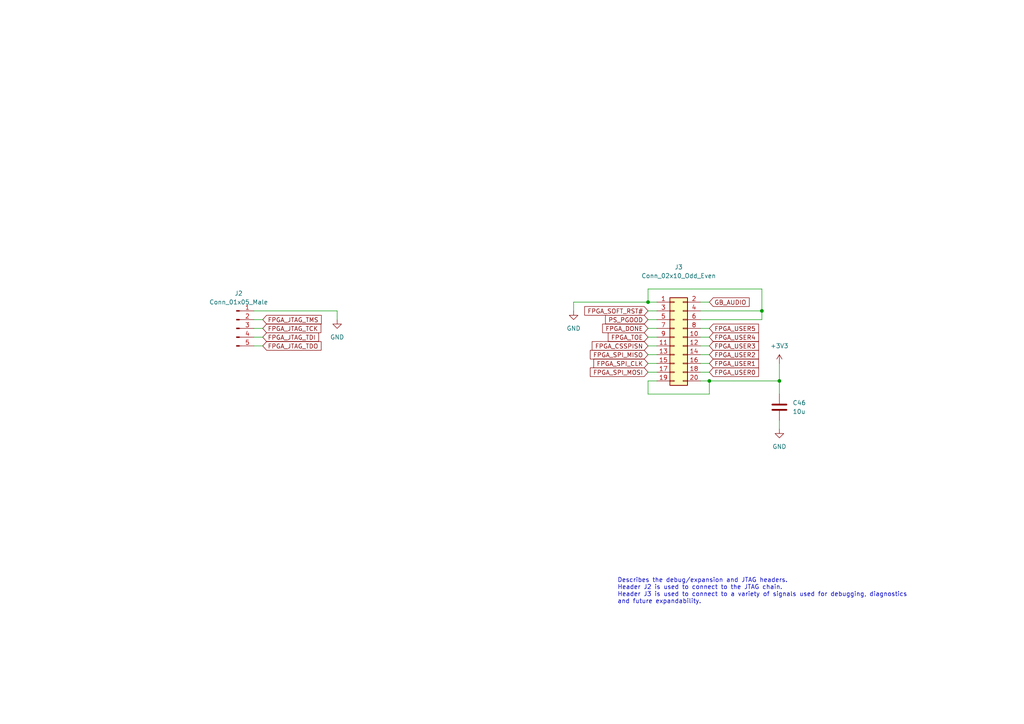
<source format=kicad_sch>
(kicad_sch (version 20211123) (generator eeschema)
  (paper "A4")
  (title_block (title "Power and connectors") (company "© Elijah Almeida Coimbra"))
  (lib_symbols
    (symbol "Connector:Conn_01x05_Male" (pin_names (offset 1.016) hide)
      (property "Reference" "J" (at 0 7.62 0))
      (property "Value" "Conn_01x05_Male" (at 0 -7.62 0))
      (symbol "Conn_01x05_Male_1_1"
        (polyline (pts (xy 1.27 -5.08) (xy 0.8636 -5.08)) (stroke (width 0.1524)))
        (polyline (pts (xy 1.27 -2.54) (xy 0.8636 -2.54)) (stroke (width 0.1524)))
        (polyline (pts (xy 1.27 0) (xy 0.8636 0)) (stroke (width 0.1524)))
        (polyline (pts (xy 1.27 2.54) (xy 0.8636 2.54)) (stroke (width 0.1524)))
        (polyline (pts (xy 1.27 5.08) (xy 0.8636 5.08)) (stroke (width 0.1524)))
        (rectangle (start 0.8636 -4.953) (end 0 -5.207) (stroke (width 0.1524)) (fill (type outline)))
        (rectangle (start 0.8636 -2.413) (end 0 -2.667) (stroke (width 0.1524)) (fill (type outline)))
        (rectangle (start 0.8636 0.127) (end 0 -0.127) (stroke (width 0.1524)) (fill (type outline)))
        (rectangle (start 0.8636 2.667) (end 0 2.413) (stroke (width 0.1524)) (fill (type outline)))
        (rectangle (start 0.8636 5.207) (end 0 4.953) (stroke (width 0.1524)) (fill (type outline)))
        (pin passive line (at 5.08 5.08 180) (length 3.81) (name "Pin_1") (number "1"))
        (pin passive line (at 5.08 2.54 180) (length 3.81) (name "Pin_2") (number "2"))
        (pin passive line (at 5.08 0 180) (length 3.81) (name "Pin_3") (number "3"))
        (pin passive line (at 5.08 -2.54 180) (length 3.81) (name "Pin_4") (number "4"))
        (pin passive line (at 5.08 -5.08 180) (length 3.81) (name "Pin_5") (number "5"))
      )
    )
    (symbol "Connector_Generic:Conn_02x10_Odd_Even" (pin_names (offset 1.016) hide)
      (property "Reference" "J" (at 1.27 12.7 0))
      (property "Value" "Conn_02x10_Odd_Even" (at 1.27 -15.24 0))
      (symbol "Conn_02x10_Odd_Even_1_1"
        (rectangle (start -1.27 -12.573) (end 0 -12.827) (stroke (width 0.1524)))
        (rectangle (start -1.27 -10.033) (end 0 -10.287) (stroke (width 0.1524)))
        (rectangle (start -1.27 -7.493) (end 0 -7.747) (stroke (width 0.1524)))
        (rectangle (start -1.27 -4.953) (end 0 -5.207) (stroke (width 0.1524)))
        (rectangle (start -1.27 -2.413) (end 0 -2.667) (stroke (width 0.1524)))
        (rectangle (start -1.27 0.127) (end 0 -0.127) (stroke (width 0.1524)))
        (rectangle (start -1.27 2.667) (end 0 2.413) (stroke (width 0.1524)))
        (rectangle (start -1.27 5.207) (end 0 4.953) (stroke (width 0.1524)))
        (rectangle (start -1.27 7.747) (end 0 7.493) (stroke (width 0.1524)))
        (rectangle (start -1.27 10.287) (end 0 10.033) (stroke (width 0.1524)))
        (rectangle (start -1.27 11.43) (end 3.81 -13.97) (stroke (width 0.254)) (fill (type background)))
        (rectangle (start 3.81 -12.573) (end 2.54 -12.827) (stroke (width 0.1524)))
        (rectangle (start 3.81 -10.033) (end 2.54 -10.287) (stroke (width 0.1524)))
        (rectangle (start 3.81 -7.493) (end 2.54 -7.747) (stroke (width 0.1524)))
        (rectangle (start 3.81 -4.953) (end 2.54 -5.207) (stroke (width 0.1524)))
        (rectangle (start 3.81 -2.413) (end 2.54 -2.667) (stroke (width 0.1524)))
        (rectangle (start 3.81 0.127) (end 2.54 -0.127) (stroke (width 0.1524)))
        (rectangle (start 3.81 2.667) (end 2.54 2.413) (stroke (width 0.1524)))
        (rectangle (start 3.81 5.207) (end 2.54 4.953) (stroke (width 0.1524)))
        (rectangle (start 3.81 7.747) (end 2.54 7.493) (stroke (width 0.1524)))
        (rectangle (start 3.81 10.287) (end 2.54 10.033) (stroke (width 0.1524)))
        (pin passive line (at -5.08 10.16 0) (length 3.81) (name "Pin_1") (number "1"))
        (pin passive line (at 7.62 0 180) (length 3.81) (name "Pin_10") (number "10"))
        (pin passive line (at -5.08 -2.54 0) (length 3.81) (name "Pin_11") (number "11"))
        (pin passive line (at 7.62 -2.54 180) (length 3.81) (name "Pin_12") (number "12"))
        (pin passive line (at -5.08 -5.08 0) (length 3.81) (name "Pin_13") (number "13"))
        (pin passive line (at 7.62 -5.08 180) (length 3.81) (name "Pin_14") (number "14"))
        (pin passive line (at -5.08 -7.62 0) (length 3.81) (name "Pin_15") (number "15"))
        (pin passive line (at 7.62 -7.62 180) (length 3.81) (name "Pin_16") (number "16"))
        (pin passive line (at -5.08 -10.16 0) (length 3.81) (name "Pin_17") (number "17"))
        (pin passive line (at 7.62 -10.16 180) (length 3.81) (name "Pin_18") (number "18"))
        (pin passive line (at -5.08 -12.7 0) (length 3.81) (name "Pin_19") (number "19"))
        (pin passive line (at 7.62 10.16 180) (length 3.81) (name "Pin_2") (number "2"))
        (pin passive line (at 7.62 -12.7 180) (length 3.81) (name "Pin_20") (number "20"))
        (pin passive line (at -5.08 7.62 0) (length 3.81) (name "Pin_3") (number "3"))
        (pin passive line (at 7.62 7.62 180) (length 3.81) (name "Pin_4") (number "4"))
        (pin passive line (at -5.08 5.08 0) (length 3.81) (name "Pin_5") (number "5"))
        (pin passive line (at 7.62 5.08 180) (length 3.81) (name "Pin_6") (number "6"))
        (pin passive line (at -5.08 2.54 0) (length 3.81) (name "Pin_7") (number "7"))
        (pin passive line (at 7.62 2.54 180) (length 3.81) (name "Pin_8") (number "8"))
        (pin passive line (at -5.08 0 0) (length 3.81) (name "Pin_9") (number "9"))
      )
    )
    (symbol "Device:C" (pin_numbers hide) (pin_names (offset 0.254))
      (property "Reference" "C" (at 0.635 2.54 0))
      (property "Value" "C" (at 0.635 -2.54 0))
      (symbol "C_0_1"
        (polyline (pts (xy -2.032 -0.762) (xy 2.032 -0.762)) (stroke (width 0.508)))
        (polyline (pts (xy -2.032 0.762) (xy 2.032 0.762)) (stroke (width 0.508)))
      )
      (symbol "C_1_1"
        (pin passive line (at 0 3.81 270) (length 2.794) (name "~") (number "1"))
        (pin passive line (at 0 -3.81 90) (length 2.794) (name "~") (number "2"))
      )
    )
    (symbol "power:+3.3V" (power) (pin_names (offset 0))
      (property "Value" "+3.3V" (at 0 3.556 0))
      (symbol "+3.3V_0_1"
        (polyline (pts (xy -0.762 1.27) (xy 0 2.54)))
        (polyline (pts (xy 0 0) (xy 0 2.54)))
        (polyline (pts (xy 0 2.54) (xy 0.762 1.27)))
      )
      (symbol "+3.3V_1_1"
        (pin power_in line (at 0 0 90) (length 0) hide (name "+3V3") (number "1"))
      )
    )
    (symbol "power:GND" (power) (pin_names (offset 0))
      (property "Value" "GND" (at 0 -3.81 0))
      (symbol "GND_0_1"
        (polyline (pts (xy 0 0) (xy 0 -1.27) (xy 1.27 -1.27) (xy 0 -2.54) (xy -1.27 -1.27) (xy 0 -1.27)))
      )
      (symbol "GND_1_1"
        (pin power_in line (at 0 0 270) (length 0) hide (name "GND") (number "1"))
      )
    )
  )
  (junction (at 226.06 110.49))
  (junction (at 205.74 110.49))
  (junction (at 220.98 90.17))
  (junction (at 187.96 87.63))
  (wire (pts (xy 205.74 110.49) (xy 205.74 114.3)))
  (wire (pts (xy 187.96 83.82) (xy 220.98 83.82)))
  (wire (pts (xy 203.2 110.49) (xy 205.74 110.49)))
  (wire (pts (xy 187.96 100.33) (xy 190.5 100.33)))
  (wire (pts (xy 226.06 105.41) (xy 226.06 110.49)))
  (wire (pts (xy 187.96 95.25) (xy 190.5 95.25)))
  (wire (pts (xy 73.66 100.33) (xy 76.2 100.33)))
  (wire (pts (xy 226.06 110.49) (xy 226.06 114.3)))
  (wire (pts (xy 187.96 97.79) (xy 190.5 97.79)))
  (wire (pts (xy 187.96 102.87) (xy 190.5 102.87)))
  (wire (pts (xy 187.96 110.49) (xy 187.96 114.3)))
  (wire (pts (xy 187.96 114.3) (xy 205.74 114.3)))
  (wire (pts (xy 203.2 87.63) (xy 205.74 87.63)))
  (wire (pts (xy 220.98 90.17) (xy 203.2 90.17)))
  (wire (pts (xy 187.96 105.41) (xy 190.5 105.41)))
  (wire (pts (xy 220.98 83.82) (xy 220.98 90.17)))
  (wire (pts (xy 73.66 97.79) (xy 76.2 97.79)))
  (wire (pts (xy 205.74 110.49) (xy 226.06 110.49)))
  (wire (pts (xy 187.96 87.63) (xy 166.37 87.63)))
  (wire (pts (xy 203.2 102.87) (xy 205.74 102.87)))
  (wire (pts (xy 73.66 95.25) (xy 76.2 95.25)))
  (wire (pts (xy 203.2 95.25) (xy 205.74 95.25)))
  (wire (pts (xy 166.37 87.63) (xy 166.37 90.17)))
  (wire (pts (xy 203.2 92.71) (xy 220.98 92.71)))
  (wire (pts (xy 203.2 97.79) (xy 205.74 97.79)))
  (wire (pts (xy 226.06 121.92) (xy 226.06 124.46)))
  (wire (pts (xy 203.2 100.33) (xy 205.74 100.33)))
  (wire (pts (xy 190.5 87.63) (xy 187.96 87.63)))
  (wire (pts (xy 187.96 83.82) (xy 187.96 87.63)))
  (wire (pts (xy 190.5 110.49) (xy 187.96 110.49)))
  (wire (pts (xy 187.96 92.71) (xy 190.5 92.71)))
  (wire (pts (xy 220.98 92.71) (xy 220.98 90.17)))
  (wire (pts (xy 187.96 90.17) (xy 190.5 90.17)))
  (wire (pts (xy 187.96 107.95) (xy 190.5 107.95)))
  (wire (pts (xy 73.66 92.71) (xy 76.2 92.71)))
  (wire (pts (xy 73.66 90.17) (xy 97.79 90.17)))
  (wire (pts (xy 203.2 105.41) (xy 205.74 105.41)))
  (wire (pts (xy 203.2 107.95) (xy 205.74 107.95)))
  (wire (pts (xy 97.79 90.17) (xy 97.79 92.71)))
  (text "Describes the debug/expansion and JTAG headers.\nHeader J2 is used to connect to the JTAG chain.\nHeader J3 is used to connect to a variety of signals used for debugging, diagnostics\nand future expandability." (at 179.07 175.26 0) (effects (font (size 1.27 1.27)) (justify left bottom)))
  (global_label "FPGA_USER3" (shape input) (at 205.74 100.33 0) (property "Intersheet References" "${INTERSHEET_REFS}" (effects hide)))
  (global_label "FPGA_JTAG_TDI" (shape input) (at 76.2 97.79 0) (property "Intersheet References" "${INTERSHEET_REFS}" (effects hide)))
  (global_label "FPGA_SOFT_RST#" (shape input) (at 187.96 90.17 180) (property "Intersheet References" "${INTERSHEET_REFS}" (effects hide)))
  (global_label "FPGA_SPI_MOSI" (shape input) (at 187.96 107.95 180) (property "Intersheet References" "${INTERSHEET_REFS}" (effects hide)))
  (global_label "FPGA_TOE" (shape input) (at 187.96 97.79 180) (property "Intersheet References" "${INTERSHEET_REFS}" (effects hide)))
  (global_label "FPGA_JTAG_TMS" (shape input) (at 76.2 92.71 0) (property "Intersheet References" "${INTERSHEET_REFS}" (effects hide)))
  (global_label "FPGA_CSSPISN" (shape input) (at 187.96 100.33 180) (property "Intersheet References" "${INTERSHEET_REFS}" (effects hide)))
  (global_label "FPGA_SPI_CLK" (shape input) (at 187.96 105.41 180) (property "Intersheet References" "${INTERSHEET_REFS}" (effects hide)))
  (global_label "PS_PGOOD" (shape input) (at 187.96 92.71 180) (property "Intersheet References" "${INTERSHEET_REFS}" (effects hide)))
  (global_label "FPGA_USER2" (shape input) (at 205.74 102.87 0) (property "Intersheet References" "${INTERSHEET_REFS}" (effects hide)))
  (global_label "FPGA_USER0" (shape input) (at 205.74 107.95 0) (property "Intersheet References" "${INTERSHEET_REFS}" (effects hide)))
  (global_label "FPGA_JTAG_TDO" (shape input) (at 76.2 100.33 0) (property "Intersheet References" "${INTERSHEET_REFS}" (effects hide)))
  (global_label "FPGA_USER5" (shape input) (at 205.74 95.25 0) (property "Intersheet References" "${INTERSHEET_REFS}" (effects hide)))
  (global_label "FPGA_SPI_MISO" (shape input) (at 187.96 102.87 180) (property "Intersheet References" "${INTERSHEET_REFS}" (effects hide)))
  (global_label "FPGA_JTAG_TCK" (shape input) (at 76.2 95.25 0) (property "Intersheet References" "${INTERSHEET_REFS}" (effects hide)))
  (global_label "FPGA_USER1" (shape input) (at 205.74 105.41 0) (property "Intersheet References" "${INTERSHEET_REFS}" (effects hide)))
  (global_label "FPGA_DONE" (shape input) (at 187.96 95.25 180) (property "Intersheet References" "${INTERSHEET_REFS}" (effects hide)))
  (global_label "GB_AUDIO" (shape input) (at 205.74 87.63 0) (property "Intersheet References" "${INTERSHEET_REFS}" (effects hide)))
  (global_label "FPGA_USER4" (shape input) (at 205.74 97.79 0) (property "Intersheet References" "${INTERSHEET_REFS}" (effects hide)))
  (symbol (lib_id "Connector_Generic:Conn_02x10_Odd_Even") (at 195.58 97.79 0) (unit 1)
    (property "Reference" "J3" (at 196.85 77.47 0))
    (property "Value" "Conn_02x10_Odd_Even" (at 196.85 80.01 0))
    (property "Footprint" "Connector:Conn_02x10" (effects hide))
    (property "Datasheet" "https://nl.aliexpress.com/item/4000280789459.html?spm=a2g0o.order_list.order_list_main.10.7b0279d22xo7Wf&gatewayAdapt=glo2nld" (effects hide))
    (property "Critical" "N" (effects hide))
    (property "Description" "Debug/expansion port" (effects hide))
    (property "Source" "SPEC" (effects hide))
    (property "Supplier suggestion" "https://nl.aliexpress.com/item/4000280789459.html?spm=a2g0o.order_list.order_list_main.10.7b0279d22xo7Wf&gatewayAdapt=glo2nld https://nl.aliexpress.com/item/1005001422512765.html?spm=a2g0o.order_list.order_list_main.11.2d4c79d2Q0rFex&gatewayAdapt=glo2nld" (effects hide))
  )
  (symbol (lib_id "power:GND") (at 166.37 90.17 0) (unit 1)
    (property "Reference" "#PWR068" (effects hide))
    (property "Value" "GND" (at 166.37 95.25 0))
  )
  (symbol (lib_id "Device:C") (at 226.06 118.11 0) (unit 1)
    (property "Reference" "C46" (at 229.87 116.8399 0) (effects (justify left)))
    (property "Value" "10u" (at 229.87 119.3799 0) (effects (justify left)))
    (property "Footprint" "Capacitor_SMD:C_0603_1608Metric_Pad1.08x0.95mm_HandSolder" (effects hide))
    (property "Critical" "N" (effects hide))
    (property "Notes" "Bypass capacitor for PWR/GND coupling." (effects hide))
    (property "Source" "ANY" (effects hide))
    (property "Package ID" "0603" (effects hide))
    (property "Supplier suggestion" "https://nl.mouser.com/ProductDetail/Samsung-Electro-Mechanics/CL10A106KQ8NNNL?qs=xZ%2FP%252Ba9zWqaes9JKSsob2Q%3D%3D" (effects hide))
    (property "Tolerance" "20%" (effects hide))
    (property "Voltage" "10V" (effects hide))
  )
  (symbol (lib_id "power:GND") (at 97.79 92.71 0) (unit 1)
    (property "Reference" "#PWR065" (effects hide))
    (property "Value" "GND" (at 97.79 97.79 0))
  )
  (symbol (lib_id "power:GND") (at 226.06 124.46 0) (unit 1)
    (property "Reference" "#PWR026" (effects hide))
    (property "Value" "GND" (at 226.06 129.54 0))
  )
  (symbol (lib_id "Connector:Conn_01x05_Male") (at 68.58 95.25 0) (unit 1)
    (property "Reference" "J2" (at 69.215 85.09 0))
    (property "Value" "Conn_01x05_Male" (at 69.215 87.63 0))
    (property "Footprint" "Connector_PinHeader_1.27mm:PinHeader_1x05_P1.27mm_Vertical" (effects hide))
    (property "Critical" "N" (effects hide))
    (property "Description" "JTAG header" (effects hide))
    (property "Source" "ANY" (effects hide))
    (property "Supplier suggestion" "https://nl.mouser.com/ProductDetail/Harwin/M50-3030542?qs=%252BdQmOuGyFcEea1rf%2Fn%2FOkw%3D%3D https://nl.mouser.com/ProductDetail/Harwin/M50-3530542?qs=%252BdQmOuGyFcHDSISYjHIhxg%3D%3D" (effects hide))
  )
  (symbol (lib_id "power:+3.3V") (at 226.06 105.41 0) (unit 1)
    (property "Reference" "#PWR069" (effects hide))
    (property "Value" "+3.3V" (at 226.06 100.33 0))
  )
)
</source>
